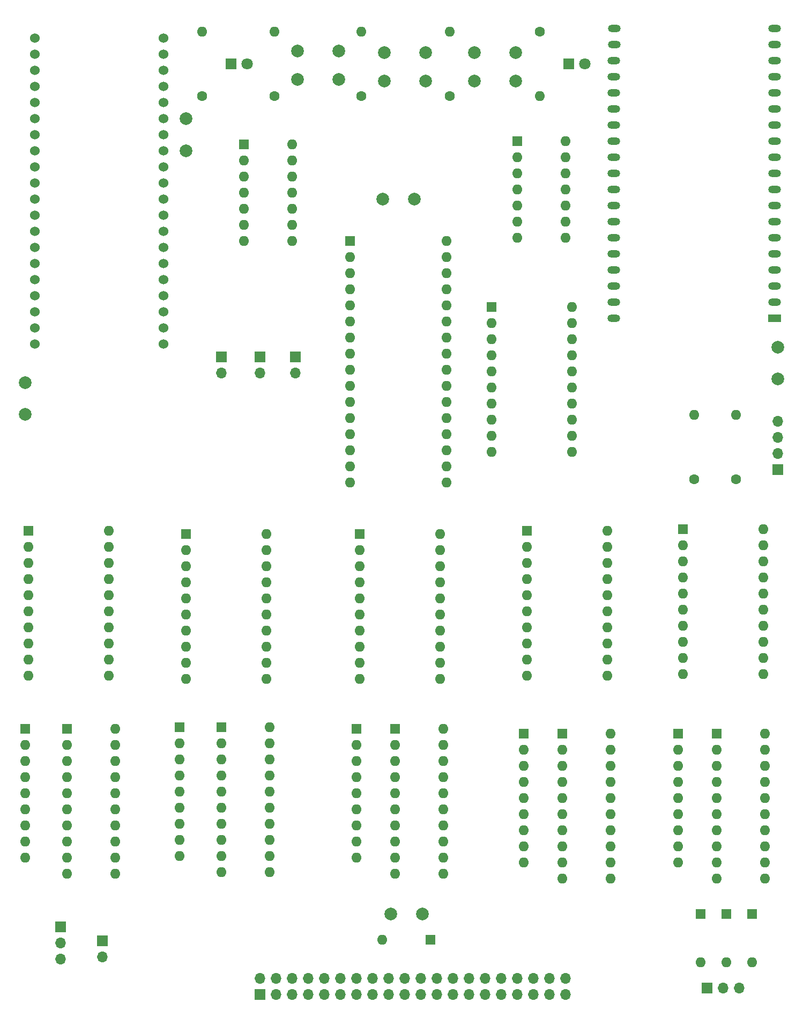
<source format=gbr>
%TF.GenerationSoftware,KiCad,Pcbnew,8.0.5*%
%TF.CreationDate,2024-10-04T15:32:28-04:00*%
%TF.ProjectId,FujiNet_5.0,46756a69-4e65-4745-9f35-2e302e6b6963,rev?*%
%TF.SameCoordinates,Original*%
%TF.FileFunction,Soldermask,Bot*%
%TF.FilePolarity,Negative*%
%FSLAX46Y46*%
G04 Gerber Fmt 4.6, Leading zero omitted, Abs format (unit mm)*
G04 Created by KiCad (PCBNEW 8.0.5) date 2024-10-04 15:32:28*
%MOMM*%
%LPD*%
G01*
G04 APERTURE LIST*
%ADD10C,1.600000*%
%ADD11O,1.600000X1.600000*%
%ADD12R,1.600000X1.600000*%
%ADD13R,2.000000X1.200000*%
%ADD14O,2.000000X1.200000*%
%ADD15C,2.000000*%
%ADD16R,1.700000X1.700000*%
%ADD17O,1.700000X1.700000*%
%ADD18R,1.800000X1.800000*%
%ADD19C,1.800000*%
%ADD20C,1.524000*%
G04 APERTURE END LIST*
D10*
%TO.C,R1*%
X137160000Y-89408000D03*
D11*
X137160000Y-79248000D03*
%TD*%
D12*
%TO.C,RN1*%
X49276000Y-128524000D03*
D11*
X49276000Y-131064000D03*
X49276000Y-133604000D03*
X49276000Y-136144000D03*
X49276000Y-138684000D03*
X49276000Y-141224000D03*
X49276000Y-143764000D03*
X49276000Y-146304000D03*
X49276000Y-148844000D03*
%TD*%
D10*
%TO.C,R4*%
X52832000Y-28956000D03*
D11*
X52832000Y-18796000D03*
%TD*%
D12*
%TO.C,D6*%
X139700000Y-157988000D03*
D11*
X139700000Y-165608000D03*
%TD*%
D13*
%TO.C,U11*%
X143256000Y-64008000D03*
D14*
X143256000Y-61468000D03*
X143256000Y-58928000D03*
X143256000Y-56388000D03*
X143256000Y-53848000D03*
X143256000Y-51308000D03*
X143256000Y-48768000D03*
X143256000Y-46228000D03*
X143256000Y-43688000D03*
X143256000Y-41148000D03*
X143256000Y-38608000D03*
X143256000Y-36068000D03*
X143256000Y-33528000D03*
X143256000Y-30988000D03*
X143256000Y-28448000D03*
X143256000Y-25908000D03*
X143256000Y-23368000D03*
X143256000Y-20828000D03*
X143256000Y-18288000D03*
X117859680Y-18290720D03*
X117859680Y-20830720D03*
X117856000Y-23368000D03*
X117856000Y-25908000D03*
X117856000Y-28448000D03*
X117856000Y-30988000D03*
X117856000Y-33528000D03*
X117856000Y-36068000D03*
X117856000Y-38608000D03*
X117856000Y-41148000D03*
X117856000Y-43688000D03*
X117856000Y-46228000D03*
X117856000Y-48768000D03*
X117856000Y-51308000D03*
X117856000Y-53848000D03*
X117856000Y-56388000D03*
X117856000Y-58928000D03*
X117856000Y-61468000D03*
X117856000Y-64008000D03*
%TD*%
D10*
%TO.C,R7*%
X64210000Y-28956000D03*
D11*
X64210000Y-18796000D03*
%TD*%
D15*
%TO.C,C1*%
X24892000Y-74208000D03*
X24892000Y-79208000D03*
%TD*%
D12*
%TO.C,D4*%
X131572000Y-157988000D03*
D11*
X131572000Y-165608000D03*
%TD*%
D10*
%TO.C,R5*%
X106172000Y-18796000D03*
D11*
X106172000Y-28956000D03*
%TD*%
D12*
%TO.C,RN3*%
X128016000Y-129540000D03*
D11*
X128016000Y-132080000D03*
X128016000Y-134620000D03*
X128016000Y-137160000D03*
X128016000Y-139700000D03*
X128016000Y-142240000D03*
X128016000Y-144780000D03*
X128016000Y-147320000D03*
X128016000Y-149860000D03*
%TD*%
D16*
%TO.C,Rom_Access1*%
X132588000Y-169672000D03*
D17*
X135128000Y-169672000D03*
X137668000Y-169672000D03*
%TD*%
D12*
%TO.C,U1*%
X76200000Y-51816000D03*
D11*
X76200000Y-54356000D03*
X76200000Y-56896000D03*
X76200000Y-59436000D03*
X76200000Y-61976000D03*
X76200000Y-64516000D03*
X76200000Y-67056000D03*
X76200000Y-69596000D03*
X76200000Y-72136000D03*
X76200000Y-74676000D03*
X76200000Y-77216000D03*
X76200000Y-79756000D03*
X76200000Y-82296000D03*
X76200000Y-84836000D03*
X76200000Y-87376000D03*
X76200000Y-89916000D03*
X91440000Y-89916000D03*
X91440000Y-87376000D03*
X91440000Y-84836000D03*
X91440000Y-82296000D03*
X91440000Y-79756000D03*
X91440000Y-77216000D03*
X91440000Y-74676000D03*
X91440000Y-72136000D03*
X91440000Y-69596000D03*
X91440000Y-67056000D03*
X91440000Y-64516000D03*
X91440000Y-61976000D03*
X91440000Y-59436000D03*
X91440000Y-56896000D03*
X91440000Y-54356000D03*
X91440000Y-51816000D03*
%TD*%
D12*
%TO.C,A0-7_SHIFTER1*%
X25400000Y-97536000D03*
D11*
X25400000Y-100076000D03*
X25400000Y-102616000D03*
X25400000Y-105156000D03*
X25400000Y-107696000D03*
X25400000Y-110236000D03*
X25400000Y-112776000D03*
X25400000Y-115316000D03*
X25400000Y-117856000D03*
X25400000Y-120396000D03*
X38100000Y-120396000D03*
X38100000Y-117856000D03*
X38100000Y-115316000D03*
X38100000Y-112776000D03*
X38100000Y-110236000D03*
X38100000Y-107696000D03*
X38100000Y-105156000D03*
X38100000Y-102616000D03*
X38100000Y-100076000D03*
X38100000Y-97536000D03*
%TD*%
D12*
%TO.C,U8*%
X109728000Y-129540000D03*
D11*
X109728000Y-132080000D03*
X109728000Y-134620000D03*
X109728000Y-137160000D03*
X109728000Y-139700000D03*
X109728000Y-142240000D03*
X109728000Y-144780000D03*
X109728000Y-147320000D03*
X109728000Y-149860000D03*
X109728000Y-152400000D03*
X117348000Y-152400000D03*
X117348000Y-149860000D03*
X117348000Y-147320000D03*
X117348000Y-144780000D03*
X117348000Y-142240000D03*
X117348000Y-139700000D03*
X117348000Y-137160000D03*
X117348000Y-134620000D03*
X117348000Y-132080000D03*
X117348000Y-129540000D03*
%TD*%
D12*
%TO.C,D5*%
X135636000Y-157988000D03*
D11*
X135636000Y-165608000D03*
%TD*%
D15*
%TO.C,SW2*%
X81586000Y-22134000D03*
X88086000Y-22134000D03*
X81586000Y-26634000D03*
X88086000Y-26634000D03*
%TD*%
D12*
%TO.C,Z80_CONTROL_1_SHIFTER1*%
X104140000Y-97536000D03*
D11*
X104140000Y-100076000D03*
X104140000Y-102616000D03*
X104140000Y-105156000D03*
X104140000Y-107696000D03*
X104140000Y-110236000D03*
X104140000Y-112776000D03*
X104140000Y-115316000D03*
X104140000Y-117856000D03*
X104140000Y-120396000D03*
X116840000Y-120396000D03*
X116840000Y-117856000D03*
X116840000Y-115316000D03*
X116840000Y-112776000D03*
X116840000Y-110236000D03*
X116840000Y-107696000D03*
X116840000Y-105156000D03*
X116840000Y-102616000D03*
X116840000Y-100076000D03*
X116840000Y-97536000D03*
%TD*%
D12*
%TO.C,U6*%
X31496000Y-128778000D03*
D11*
X31496000Y-131318000D03*
X31496000Y-133858000D03*
X31496000Y-136398000D03*
X31496000Y-138938000D03*
X31496000Y-141478000D03*
X31496000Y-144018000D03*
X31496000Y-146558000D03*
X31496000Y-149098000D03*
X31496000Y-151638000D03*
X39116000Y-151638000D03*
X39116000Y-149098000D03*
X39116000Y-146558000D03*
X39116000Y-144018000D03*
X39116000Y-141478000D03*
X39116000Y-138938000D03*
X39116000Y-136398000D03*
X39116000Y-133858000D03*
X39116000Y-131318000D03*
X39116000Y-128778000D03*
%TD*%
D10*
%TO.C,R3*%
X91948000Y-28956000D03*
D11*
X91948000Y-18796000D03*
%TD*%
D16*
%TO.C,J2*%
X61976000Y-170688000D03*
D17*
X61976000Y-168148000D03*
X64516000Y-170688000D03*
X64516000Y-168148000D03*
X67056000Y-170688000D03*
X67056000Y-168148000D03*
X69596000Y-170688000D03*
X69596000Y-168148000D03*
X72136000Y-170688000D03*
X72136000Y-168148000D03*
X74676000Y-170688000D03*
X74676000Y-168148000D03*
X77216000Y-170688000D03*
X77216000Y-168148000D03*
X79756000Y-170688000D03*
X79756000Y-168148000D03*
X82296000Y-170688000D03*
X82296000Y-168148000D03*
X84836000Y-170688000D03*
X84836000Y-168148000D03*
X87376000Y-170688000D03*
X87376000Y-168148000D03*
X89916000Y-170688000D03*
X89916000Y-168148000D03*
X92456000Y-170688000D03*
X92456000Y-168148000D03*
X94996000Y-170688000D03*
X94996000Y-168148000D03*
X97536000Y-170688000D03*
X97536000Y-168148000D03*
X100076000Y-170688000D03*
X100076000Y-168148000D03*
X102616000Y-170688000D03*
X102616000Y-168148000D03*
X105156000Y-170688000D03*
X105156000Y-168148000D03*
X107696000Y-170688000D03*
X107696000Y-168148000D03*
X110236000Y-170688000D03*
X110236000Y-168148000D03*
%TD*%
D10*
%TO.C,R2*%
X130556000Y-89408000D03*
D11*
X130556000Y-79248000D03*
%TD*%
D18*
%TO.C,D2*%
X57347000Y-23876000D03*
D19*
X59887000Y-23876000D03*
%TD*%
D15*
%TO.C,C6*%
X50292000Y-32592000D03*
X50292000Y-37592000D03*
%TD*%
D12*
%TO.C,U4*%
X55880000Y-128524000D03*
D11*
X55880000Y-131064000D03*
X55880000Y-133604000D03*
X55880000Y-136144000D03*
X55880000Y-138684000D03*
X55880000Y-141224000D03*
X55880000Y-143764000D03*
X55880000Y-146304000D03*
X55880000Y-148844000D03*
X55880000Y-151384000D03*
X63500000Y-151384000D03*
X63500000Y-148844000D03*
X63500000Y-146304000D03*
X63500000Y-143764000D03*
X63500000Y-141224000D03*
X63500000Y-138684000D03*
X63500000Y-136144000D03*
X63500000Y-133604000D03*
X63500000Y-131064000D03*
X63500000Y-128524000D03*
%TD*%
D15*
%TO.C,C3*%
X143724000Y-68620000D03*
X143724000Y-73620000D03*
%TD*%
D12*
%TO.C,U7*%
X134112000Y-129540000D03*
D11*
X134112000Y-132080000D03*
X134112000Y-134620000D03*
X134112000Y-137160000D03*
X134112000Y-139700000D03*
X134112000Y-142240000D03*
X134112000Y-144780000D03*
X134112000Y-147320000D03*
X134112000Y-149860000D03*
X134112000Y-152400000D03*
X141732000Y-152400000D03*
X141732000Y-149860000D03*
X141732000Y-147320000D03*
X141732000Y-144780000D03*
X141732000Y-142240000D03*
X141732000Y-139700000D03*
X141732000Y-137160000D03*
X141732000Y-134620000D03*
X141732000Y-132080000D03*
X141732000Y-129540000D03*
%TD*%
D15*
%TO.C,C2*%
X87590000Y-157988000D03*
X82590000Y-157988000D03*
%TD*%
%TO.C,SW1*%
X67870000Y-21844000D03*
X74370000Y-21844000D03*
X67870000Y-26344000D03*
X74370000Y-26344000D03*
%TD*%
D16*
%TO.C,J1*%
X55880000Y-70104000D03*
D17*
X55880000Y-72644000D03*
%TD*%
D16*
%TO.C,SPI_Spare1*%
X143764000Y-87884000D03*
D17*
X143764000Y-85344000D03*
X143764000Y-82804000D03*
X143764000Y-80264000D03*
%TD*%
D12*
%TO.C,U3*%
X102616000Y-36068000D03*
D11*
X102616000Y-38608000D03*
X102616000Y-41148000D03*
X102616000Y-43688000D03*
X102616000Y-46228000D03*
X102616000Y-48768000D03*
X102616000Y-51308000D03*
X110236000Y-51308000D03*
X110236000Y-48768000D03*
X110236000Y-46228000D03*
X110236000Y-43688000D03*
X110236000Y-41148000D03*
X110236000Y-38608000D03*
X110236000Y-36068000D03*
%TD*%
D15*
%TO.C,SW3*%
X95810000Y-22134000D03*
X102310000Y-22134000D03*
X95810000Y-26634000D03*
X102310000Y-26634000D03*
%TD*%
D16*
%TO.C,J6*%
X37084000Y-162301000D03*
D17*
X37084000Y-164841000D03*
%TD*%
D18*
%TO.C,D3*%
X110744000Y-23876000D03*
D19*
X113284000Y-23876000D03*
%TD*%
D10*
%TO.C,R6*%
X77926000Y-28956000D03*
D11*
X77926000Y-18796000D03*
%TD*%
D16*
%TO.C,J3*%
X61976000Y-70104000D03*
D17*
X61976000Y-72644000D03*
%TD*%
D12*
%TO.C,A8-15_SHIFTER1*%
X128778000Y-97282000D03*
D11*
X128778000Y-99822000D03*
X128778000Y-102362000D03*
X128778000Y-104902000D03*
X128778000Y-107442000D03*
X128778000Y-109982000D03*
X128778000Y-112522000D03*
X128778000Y-115062000D03*
X128778000Y-117602000D03*
X128778000Y-120142000D03*
X141478000Y-120142000D03*
X141478000Y-117602000D03*
X141478000Y-115062000D03*
X141478000Y-112522000D03*
X141478000Y-109982000D03*
X141478000Y-107442000D03*
X141478000Y-104902000D03*
X141478000Y-102362000D03*
X141478000Y-99822000D03*
X141478000Y-97282000D03*
%TD*%
D12*
%TO.C,U2*%
X59436000Y-36576000D03*
D11*
X59436000Y-39116000D03*
X59436000Y-41656000D03*
X59436000Y-44196000D03*
X59436000Y-46736000D03*
X59436000Y-49276000D03*
X59436000Y-51816000D03*
X67056000Y-51816000D03*
X67056000Y-49276000D03*
X67056000Y-46736000D03*
X67056000Y-44196000D03*
X67056000Y-41656000D03*
X67056000Y-39116000D03*
X67056000Y-36576000D03*
%TD*%
D12*
%TO.C,U9*%
X83312000Y-128778000D03*
D11*
X83312000Y-131318000D03*
X83312000Y-133858000D03*
X83312000Y-136398000D03*
X83312000Y-138938000D03*
X83312000Y-141478000D03*
X83312000Y-144018000D03*
X83312000Y-146558000D03*
X83312000Y-149098000D03*
X83312000Y-151638000D03*
X90932000Y-151638000D03*
X90932000Y-149098000D03*
X90932000Y-146558000D03*
X90932000Y-144018000D03*
X90932000Y-141478000D03*
X90932000Y-138938000D03*
X90932000Y-136398000D03*
X90932000Y-133858000D03*
X90932000Y-131318000D03*
X90932000Y-128778000D03*
%TD*%
D12*
%TO.C,RN5*%
X77216000Y-128778000D03*
D11*
X77216000Y-131318000D03*
X77216000Y-133858000D03*
X77216000Y-136398000D03*
X77216000Y-138938000D03*
X77216000Y-141478000D03*
X77216000Y-144018000D03*
X77216000Y-146558000D03*
X77216000Y-149098000D03*
%TD*%
D12*
%TO.C,RN2*%
X24892000Y-128778000D03*
D11*
X24892000Y-131318000D03*
X24892000Y-133858000D03*
X24892000Y-136398000D03*
X24892000Y-138938000D03*
X24892000Y-141478000D03*
X24892000Y-144018000D03*
X24892000Y-146558000D03*
X24892000Y-149098000D03*
%TD*%
D15*
%TO.C,C4*%
X86360000Y-45212000D03*
X81360000Y-45212000D03*
%TD*%
D12*
%TO.C,D0-7_SHIFTER1*%
X50292000Y-98044000D03*
D11*
X50292000Y-100584000D03*
X50292000Y-103124000D03*
X50292000Y-105664000D03*
X50292000Y-108204000D03*
X50292000Y-110744000D03*
X50292000Y-113284000D03*
X50292000Y-115824000D03*
X50292000Y-118364000D03*
X50292000Y-120904000D03*
X62992000Y-120904000D03*
X62992000Y-118364000D03*
X62992000Y-115824000D03*
X62992000Y-113284000D03*
X62992000Y-110744000D03*
X62992000Y-108204000D03*
X62992000Y-105664000D03*
X62992000Y-103124000D03*
X62992000Y-100584000D03*
X62992000Y-98044000D03*
%TD*%
D12*
%TO.C,Z80_CONTROL_2_SHIFTER2*%
X77724000Y-98044000D03*
D11*
X77724000Y-100584000D03*
X77724000Y-103124000D03*
X77724000Y-105664000D03*
X77724000Y-108204000D03*
X77724000Y-110744000D03*
X77724000Y-113284000D03*
X77724000Y-115824000D03*
X77724000Y-118364000D03*
X77724000Y-120904000D03*
X90424000Y-120904000D03*
X90424000Y-118364000D03*
X90424000Y-115824000D03*
X90424000Y-113284000D03*
X90424000Y-110744000D03*
X90424000Y-108204000D03*
X90424000Y-105664000D03*
X90424000Y-103124000D03*
X90424000Y-100584000D03*
X90424000Y-98044000D03*
%TD*%
D12*
%TO.C,Rom_Access_Shifter1*%
X98552000Y-62230000D03*
D11*
X98552000Y-64770000D03*
X98552000Y-67310000D03*
X98552000Y-69850000D03*
X98552000Y-72390000D03*
X98552000Y-74930000D03*
X98552000Y-77470000D03*
X98552000Y-80010000D03*
X98552000Y-82550000D03*
X98552000Y-85090000D03*
X111252000Y-85090000D03*
X111252000Y-82550000D03*
X111252000Y-80010000D03*
X111252000Y-77470000D03*
X111252000Y-74930000D03*
X111252000Y-72390000D03*
X111252000Y-69850000D03*
X111252000Y-67310000D03*
X111252000Y-64770000D03*
X111252000Y-62230000D03*
%TD*%
D16*
%TO.C,J5*%
X67564000Y-70104000D03*
D17*
X67564000Y-72644000D03*
%TD*%
D20*
%TO.C,U10*%
X46736000Y-19812000D03*
X46736000Y-22352000D03*
X46736000Y-24892000D03*
X46736000Y-27432000D03*
X46736000Y-29972000D03*
X46736000Y-32512000D03*
X46736000Y-35052000D03*
X46736000Y-37592000D03*
X46736000Y-40132000D03*
X46736000Y-42672000D03*
X46736000Y-45212000D03*
X46736000Y-47752000D03*
X46736000Y-50292000D03*
X46736000Y-52832000D03*
X46736000Y-55372000D03*
X46736000Y-57912000D03*
X46736000Y-60452000D03*
X46736000Y-62992000D03*
X46736000Y-65532000D03*
X46736000Y-68072000D03*
X26416000Y-68072000D03*
X26416000Y-65532000D03*
X26416000Y-62992000D03*
X26416000Y-60452000D03*
X26416000Y-57912000D03*
X26416000Y-55372000D03*
X26416000Y-52832000D03*
X26416000Y-50292000D03*
X26416000Y-47752000D03*
X26416000Y-45212000D03*
X26416000Y-42672000D03*
X26416000Y-40132000D03*
X26416000Y-37592000D03*
X26416000Y-35052000D03*
X26416000Y-32512000D03*
X26416000Y-29972000D03*
X26416000Y-27432000D03*
X26416000Y-24892000D03*
X26416000Y-22352000D03*
X26416000Y-19812000D03*
%TD*%
D12*
%TO.C,RN4*%
X103632000Y-129540000D03*
D11*
X103632000Y-132080000D03*
X103632000Y-134620000D03*
X103632000Y-137160000D03*
X103632000Y-139700000D03*
X103632000Y-142240000D03*
X103632000Y-144780000D03*
X103632000Y-147320000D03*
X103632000Y-149860000D03*
%TD*%
D12*
%TO.C,D1*%
X88900000Y-162052000D03*
D11*
X81280000Y-162052000D03*
%TD*%
D16*
%TO.C,LS245_Dir1*%
X30480000Y-160020000D03*
D17*
X30480000Y-162560000D03*
X30480000Y-165100000D03*
%TD*%
M02*

</source>
